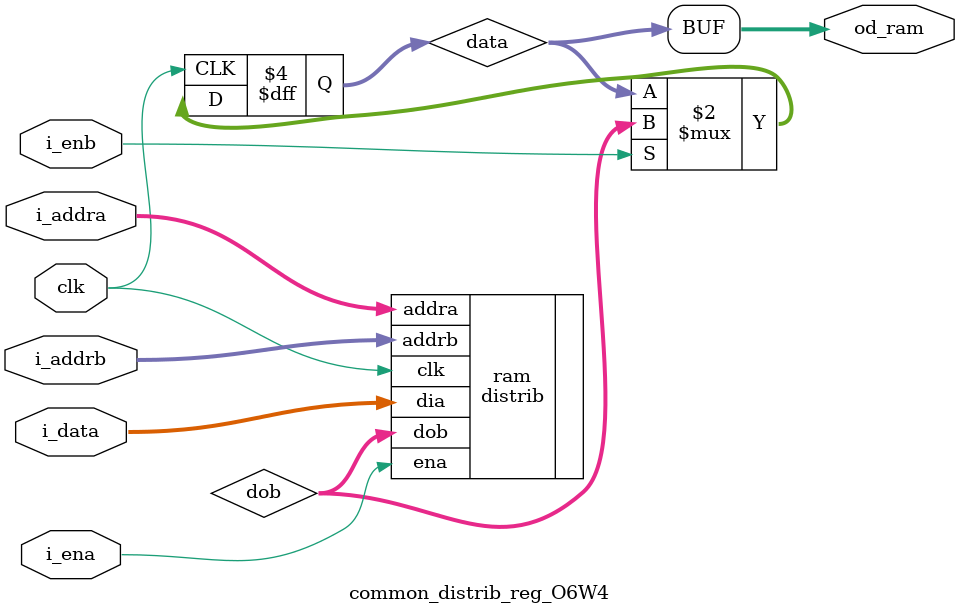
<source format=sv>
`timescale 100ps/100ps

(* keep_hierarchy = "yes" *) module common_distrib_reg_O6W4 (
    input  bit clk,
    input  bit i_ena,
    input  bit [5:0] i_addra,
    input  bit [3:0] i_data,
    input  bit i_enb,
    input  bit [5:0] i_addrb,
    output bit [3:0] od_ram
);


///////////////////////////////////////////////////////////
///////////////////////////////////////////////////////////
bit [3:0] data;
bit [3:0] dob;

distrib #(
    .ORDER               (6),
    .WIDTH               (4))
ram (
    .clk                 (clk),
    .ena                 (i_ena),
    .addra               (i_addra),
    .dia                 (i_data),
    .addrb               (i_addrb),
    .dob                 (dob));


///////////////////////////////////////////////////////////
///////////////////////////////////////////////////////////
always_ff @(posedge clk)
begin
    if (i_enb) begin
        data <= dob;
    end
end
assign od_ram = data;

endmodule
</source>
